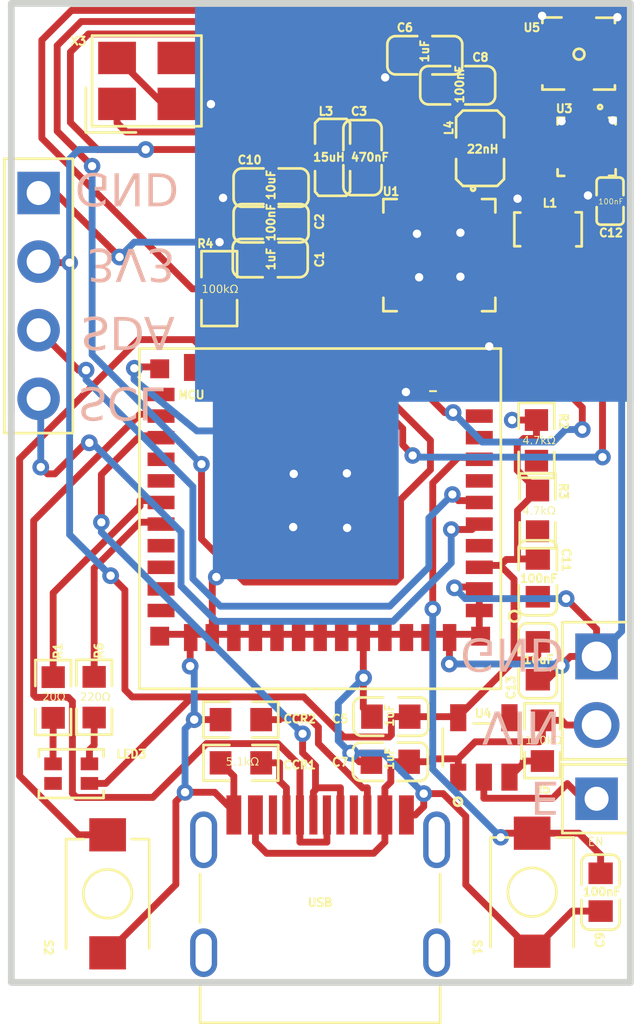
<source format=kicad_pcb>
(kicad_pcb (version 20241229) (generator "pcbnew") (generator_version "9.0")
  (layers (0 "F.Cu" signal "TopLayer") (2 "B.Cu" signal "BottomLayer") (13 "F.Paste" user "TopPasteMaskLayer") (15 "B.Paste" user "BottomPasteMaskLayer") (5 "F.SilkS" user "TopSilkLayer") (7 "B.SilkS" user "BottomSilkLayer") (1 "F.Mask" user "TopSolderMaskLayer") (3 "B.Mask" user "BottomSolderMaskLayer") (25 "Edge.Cuts" user "BoardOutLine"))
  (net 0 "")
  (net 1 "IO3")
  (net 2 "IO2")
  (net 3 "GND")
  (net 4 "IO1")
  (net 5 "3V3")
  (net 6 "EN")
  (net 7 "IO10")
  (net 8 "IO5")
  (net 9 "USB-D+")
  (net 10 "DIO2")
  (net 11 "RFI/RF3")
  (net 12 "RFO/RF2")
  (net 13 "U1_9")
  (net 14 "IO8")
  (net 15 "U1_4")
  (net 16 "U1_3")
  (net 17 "U1_24")
  (net 18 "RFO")
  (net 19 "U1_7")
  (net 20 "IO0")
  (net 21 "IO4")
  (net 22 "IO6")
  (net 23 "IO7")
  (net 24 "RFI_N")
  (net 25 "RFI_P")
  (net 26 "IO9")
  (net 27 "CCR2_1")
  (net 28 "IO20")
  (net 29 "U4_3")
  (net 30 "ANT_SIG")
  (net 31 "USB_A5")
  (net 32 "LED3_3")
  (net 33 "LED3_2")
  (net 34 "IO21")
  (net 35 "J3_1")
  (net 36 "VBUS-USB")
  (net 37 "USB-D-")
  (net 38 "IO0/SDA")
  (net 39 "IO1/SCL")
  (footprint "BackupProjects_timpupk_personal_0_20260216:USB-C-SMD_HYCW498-USBC16-735B" (layer "F.Cu") (at 150 117.38)
    (property "Reference" "USB")
    (property "Value" "HYCW498-USBC16-735B" (hide yes))
  )
  (footprint "BackupProjects_timpupk_personal_0_20260216:C0603" (layer "F.Cu") (at 152.6 112.86 180)
    (property "Reference" "C7")
    (property "Value" "1uF")
  )
  (footprint "BackupProjects_timpupk_personal_0_20260216:R0603" (layer "F.Cu") (at 147.06 112.9)
    (property "Reference" "CCR1")
    (property "Value" "5.1kΩ")
  )
  (footprint "BackupProjects_timpupk_personal_0_20260216:C0603" (layer "F.Cu") (at 158.07 106.05 -90)
    (property "Reference" "C11")
    (property "Value" "100nF")
  )
  (footprint "BackupProjects_timpupk_personal_0_20260216:HDR-M-2.54_1X4" (layer "F.Cu") (at 139.56 95.61 -90)
    (property "Reference" "J1" (hide yes))
    (property "Value" "HDR-M-2.54_1x4" (hide yes))
  )
  (footprint "BackupProjects_timpupk_personal_0_20260216:C0603" (layer "F.Cu") (at 153.88 86.7)
    (property "Reference" "C6")
    (property "Value" "1uF")
  )
  (footprint "BackupProjects_timpupk_personal_0_20260216:SW-SMD_L3.9-W3.0-P4.45" (layer "F.Cu") (at 157.86 117.69 -90)
    (property "Reference" "S1")
    (property "Value" "TS-1088-AR02016" (hide yes))
  )
  (footprint "BackupProjects_timpupk_personal_0_20260216:R0603" (layer "F.Cu") (at 158.02 100.96 90)
    (property "Reference" "R2")
    (property "Value" "4.7kΩ")
  )
  (footprint "BackupProjects_timpupk_personal_0_20260216:HDR-M-2.54_1X1" (layer "F.Cu") (at 160.25 114.23)
    (property "Reference" "J3" (hide yes))
    (property "Value" "HDR-M-2.54_1x1" (hide yes))
  )
  (footprint "BackupProjects_timpupk_personal_0_20260216:C0603" (layer "F.Cu") (at 148.18 92.92 180)
    (property "Reference" "C2")
    (property "Value" "100nF")
  )
  (footprint "BackupProjects_timpupk_personal_0_20260216:HDR-M-2.54_1X2" (layer "F.Cu") (at 160.25 110.23 -90)
    (property "Reference" "J4" (hide yes))
    (property "Value" "HDR-M-2.54_1x2" (hide yes))
  )
  (footprint "BackupProjects_timpupk_personal_0_20260216:C0603" (layer "F.Cu") (at 148.18 91.6)
    (property "Reference" "C10")
    (property "Value" "10uF")
  )
  (footprint "BackupProjects_timpupk_personal_0_20260216:R0603" (layer "F.Cu") (at 158.24 112.08 -90)
    (property "Reference" "R5")
    (property "Value" "100kΩ")
  )
  (footprint "BackupProjects_timpupk_personal_0_20260216:C0603" (layer "F.Cu") (at 158.07 109.12 90)
    (property "Reference" "C13")
    (property "Value" "10uF")
  )
  (footprint "BackupProjects_timpupk_personal_0_20260216:IND-SMD_L1.8-W1.2" (layer "F.Cu") (at 155.93 90.16 90)
    (property "Reference" "L4")
    (property "Value" "22nH")
  )
  (footprint "BackupProjects_timpupk_personal_0_20260216:WIFIM-SMD_61P-L13.2-W12.5-P0.80" (layer "F.Cu") (at 150 103.26 180)
    (property "Reference" "MCU")
    (property "Value" "ESP32-C3-MINI-1U-N4" (hide yes))
  )
  (footprint "BackupProjects_timpupk_personal_0_20260216:R0603" (layer "F.Cu") (at 158.06 103.57 90)
    (property "Reference" "R3")
    (property "Value" "4.7kΩ")
  )
  (footprint "BackupProjects_timpupk_personal_0_20260216:IPEX-SMD_4P-L2.6-W2.6-LS3.0" (layer "F.Cu") (at 159.6 86.66)
    (property "Reference" "U5")
    (property "Value" "IPEX-1" (hide yes))
  )
  (footprint "BackupProjects_timpupk_personal_0_20260216:CRYSTAL-SMD_4P-L3.2-W2.5-BL" (layer "F.Cu") (at 143.57 87.6501)
    (property "Reference" "X3")
    (property "Value" "32MHz" (hide yes))
  )
  (footprint "BackupProjects_timpupk_personal_0_20260216:C0603" (layer "F.Cu") (at 155.1 87.8101)
    (property "Reference" "C8")
    (property "Value" "100nF")
  )
  (footprint "BackupProjects_timpupk_personal_0_20260216:FILTER-SMD_10P-L2.0-W1.3-BL" (layer "F.Cu") (at 158.45 93.14)
    (property "Reference" "L1")
    (property "Value" "0900FM15D0039001E" (hide yes))
  )
  (footprint "BackupProjects_timpupk_personal_0_20260216:C0603" (layer "F.Cu") (at 148.15 94.21 180)
    (property "Reference" "C1")
    (property "Value" "1uF")
  )
  (footprint "BackupProjects_timpupk_personal_0_20260216:LED-SMD_4P-L1.6-W0.8_A-SP1963R6GHB1C-C01-3T" (layer "F.Cu") (at 140.77 113.3)
    (property "Reference" "LED3")
    (property "Value" "A-SP1963R6GHB1C-C01-3T" (hide yes))
  )
  (footprint "BackupProjects_timpupk_personal_0_20260216:C0603" (layer "F.Cu") (at 151.57 90.49 -90)
    (property "Reference" "C3")
    (property "Value" "470nF")
  )
  (footprint "BackupProjects_timpupk_personal_0_20260216:QFN-12_L2.0-W2.0-P0.50-BL-EP0.8" (layer "F.Cu") (at 159.88 90.09 180)
    (property "Reference" "U3")
    (property "Value" "SKY13330-397LF" (hide yes))
  )
  (footprint "BackupProjects_timpupk_personal_0_20260216:C0603" (layer "F.Cu") (at 160.4 117.69 90)
    (property "Reference" "C9")
    (property "Value" "100nF")
  )
  (footprint "BackupProjects_timpupk_personal_0_20260216:R0603" (layer "F.Cu") (at 147.06 111.3 180)
    (property "Reference" "CCR2")
    (property "Value" "5.1kΩ" (hide yes))
  )
  (footprint "BackupProjects_timpupk_personal_0_20260216:R0603" (layer "F.Cu") (at 146.26 95.34 -90)
    (property "Reference" "R4")
    (property "Value" "100kΩ")
  )
  (footprint "BackupProjects_timpupk_personal_0_20260216:SW-SMD_L3.9-W3.0-P4.45" (layer "F.Cu") (at 142.12 117.75 -90)
    (property "Reference" "S2")
    (property "Value" "TS-1088-AR02016" (hide yes))
  )
  (footprint "BackupProjects_timpupk_personal_0_20260216:QFN-24_L4.0-W4.0-P0.50-BL-EP2.6" (layer "F.Cu") (at 154.42 94.1 180)
    (property "Reference" "U1")
    (property "Value" "-")
  )
  (footprint "BackupProjects_timpupk_personal_0_20260216:C0603" (layer "F.Cu") (at 152.62 111.19 180)
    (property "Reference" "C5")
    (property "Value" "1uF")
  )
  (footprint "BackupProjects_timpupk_personal_0_20260216:R0603" (layer "F.Cu") (at 140.1 110.48 90)
    (property "Reference" "R1")
    (property "Value" "20Ω")
  )
  (footprint "BackupProjects_timpupk_personal_0_20260216:L0603" (layer "F.Cu") (at 150.46 90.48 90)
    (property "Reference" "L3")
    (property "Value" "15uH")
  )
  (footprint "BackupProjects_timpupk_personal_0_20260216:SOT-23-5_L2.9-W1.6-P0.95-LS2.8-BR" (layer "F.Cu") (at 156.07 112.33 -90)
    (property "Reference" "U4")
    (property "Value" "XC6220B331MR" (hide yes))
  )
  (footprint "BackupProjects_timpupk_personal_0_20260216:C0402" (layer "F.Cu") (at 160.75 92.1 90)
    (property "Reference" "C12")
    (property "Value" "100nF")
  )
  (footprint "BackupProjects_timpupk_personal_0_20260216:R0603" (layer "F.Cu") (at 141.62 110.47 90)
    (property "Reference" "R6")
    (property "Value" "220Ω")
  )
  (gr_rect (start 145.36 84.7501) (end 161.63 99.5301) (fill yes) (layer "B.Cu") (net 3))
  (gr_rect (start 146.02 99.05) (end 152.9101 106.1) (fill yes) (layer "B.Cu") (net 3))
  (gr_line (start 161.5011 121.0312) (end 161.5011 84.7803) (stroke (width 0.254)) (layer "Edge.Cuts"))
  (gr_line (start 138.5497 121.0312) (end 161.5011 121.0312) (stroke (width 0.254)) (layer "Edge.Cuts"))
  (gr_line (start 161.5011 84.7803) (end 138.5497 84.7803) (stroke (width 0.254)) (layer "Edge.Cuts"))
  (gr_line (start 138.5497 98.509) (end 138.5497 99.1999) (stroke (width 0.254)) (layer "Edge.Cuts"))
  (gr_line (start 138.5497 99.3091) (end 138.5497 121.0312) (stroke (width 0.254)) (layer "Edge.Cuts"))
  (gr_line (start 138.5497 97.0104) (end 138.5497 99.3091) (stroke (width 0.254)) (layer "Edge.Cuts"))
  (gr_line (start 138.5497 84.7803) (end 138.5497 98.509) (stroke (width 0.254)) (layer "Edge.Cuts"))
  (gr_line (start 138.5497 99.9111) (end 138.5497 99.3091) (stroke (width 0.254)) (layer "Edge.Cuts"))
  (gr_line (start 138.5497 99.1999) (end 138.5497 99.9111) (stroke (width 0.254)) (layer "Edge.Cuts"))
  (gr_text "EN" (at 159.9 116 0) (layer "F.SilkS") (effects (font (size 0.3 0.3) (thickness 0.0375)) (justify left bottom)))
  (gr_text "SCL" (at 141.03 100.2 180) (layer "B.SilkS") (effects (font (size 1.2 1.2) (thickness 0.2032)) (justify left top mirror)))
  (gr_text "E" (at 157.8 114.8 180) (layer "B.SilkS") (effects (font (size 1.2 1.2) (thickness 0.2032)) (justify left top mirror)))
  (gr_text "3V3" (at 141.34 95.07 180) (layer "B.SilkS") (effects (font (size 1.2 1.2) (thickness 0.2032)) (justify left top mirror)))
  (gr_text "SDA" (at 141.13 97.59 180) (layer "B.SilkS") (effects (font (size 1.2 1.2) (thickness 0.2032)) (justify left top mirror)))
  (gr_text "GND" (at 140.91 92.27 180) (layer "B.SilkS") (effects (font (size 1.2 1.2) (thickness 0.2032)) (justify left top mirror)))
  (gr_text "GND" (at 155.2 109.5 180) (layer "B.SilkS") (effects (font (size 1.2 1.2) (thickness 0.2032)) (justify left top mirror)))
  (gr_text "VIN" (at 156 112.2 180) (layer "B.SilkS") (effects (font (size 1.2 1.2) (thickness 0.2032)) (justify left top mirror)))
  (segment (start 141.3201 98.3599) (end 141.0399 98.3599) (width 0.254) (layer "F.Cu") (net 1))
  (segment (start 155.8999 103.19) (end 155.1209 103.19) (width 0.254) (layer "F.Cu") (net 1))
  (segment (start 154.9027 102.9622) (end 155.1209 103.1804) (width 0.254) (layer "F.Cu") (net 1))
  (segment (start 155.1209 103.1804) (end 155.1209 103.19) (width 0.254) (layer "F.Cu") (net 1))
  (segment (start 141.0399 98.3599) (end 139.5601 96.8801) (width 0.254) (layer "F.Cu") (net 1))
  (via (at 154.9027 102.9622) (size 0.61) (drill 0.305) (layers "F.Cu" "B.Cu") (net 1))
  (via (at 141.32 98.36) (size 0.62) (drill 0.31) (layers "F.Cu" "B.Cu") (net 1))
  (segment (start 146.2992 107.0993) (end 145.2807 106.0808) (width 0.254) (layer "B.Cu") (net 1))
  (segment (start 154.031 105.649) (end 152.5806 107.0993) (width 0.254) (layer "B.Cu") (net 1))
  (segment (start 152.5806 107.0993) (end 146.2992 107.0993) (width 0.254) (layer "B.Cu") (net 1))
  (segment (start 145.2807 106.0808) (end 145.2807 102.6721) (width 0.254) (layer "B.Cu") (net 1))
  (segment (start 154.9022 102.9617) (end 154.031 103.8354) (width 0.254) (layer "B.Cu") (net 1))
  (segment (start 154.031 103.8354) (end 154.031 105.649) (width 0.254) (layer "B.Cu") (net 1))
  (segment (start 145.2807 102.6721) (end 141.3208 98.7122) (width 0.254) (layer "B.Cu") (net 1))
  (segment (start 141.3208 98.7122) (end 141.3208 98.3592) (width 0.254) (layer "B.Cu") (net 1))
  (segment (start 155.8999 103.9901) (end 155.6299 104.2601) (width 0.254) (layer "F.Cu") (net 2))
  (segment (start 155.6299 104.2601) (end 154.86 104.2601) (width 0.254) (layer "F.Cu") (net 2))
  (segment (start 141.4399 101.0501) (end 141.31 101.0501) (width 0.254) (layer "F.Cu") (net 2))
  (segment (start 139.89 102.2) (end 139.64 101.95) (width 0.254) (layer "F.Cu") (net 2))
  (segment (start 141.31 101.0501) (end 140.16 102.2) (width 0.254) (layer "F.Cu") (net 2))
  (segment (start 140.16 102.2) (end 139.89 102.2) (width 0.254) (layer "F.Cu") (net 2))
  (via (at 139.64 101.95) (size 0.62) (drill 0.31) (layers "F.Cu" "B.Cu") (net 2))
  (via (at 141.44 101.05) (size 0.62) (drill 0.31) (layers "F.Cu" "B.Cu") (net 2))
  (via (at 154.86 104.26) (size 0.61) (drill 0.305) (layers "F.Cu" "B.Cu") (net 2))
  (segment (start 154.859 104.2596) (end 154.859 105.4991) (width 0.254) (layer "B.Cu") (net 2))
  (segment (start 152.7 107.6607) (end 146.1494 107.6607) (width 0.254) (layer "B.Cu") (net 2))
  (segment (start 154.859 105.4991) (end 152.7 107.6607) (width 0.254) (layer "B.Cu") (net 2))
  (segment (start 139.64 99.5001) (end 139.5601 99.4201) (width 0.254) (layer "B.Cu") (net 2))
  (segment (start 139.64 101.95) (end 139.64 99.5001) (width 0.254) (layer "B.Cu") (net 2))
  (segment (start 146.1494 107.6607) (end 144.8413 106.3526) (width 0.254) (layer "B.Cu") (net 2))
  (segment (start 144.8413 104.3409) (end 141.5494 101.049) (width 0.254) (layer "B.Cu") (net 2))
  (segment (start 141.5494 101.049) (end 141.4402 101.049) (width 0.254) (layer "B.Cu") (net 2))
  (segment (start 144.8413 106.3526) (end 144.8413 104.3409) (width 0.254) (layer "B.Cu") (net 2))
  (segment (start 154.7904 109.2405) (end 154.8006 108.189) (width 0.254) (layer "F.Cu") (net 3))
  (segment (start 146.3068 112.8999) (end 146.7999 113.3929) (width 0.254) (layer "F.Cu") (net 3))
  (segment (start 146.7999 113.3929) (end 146.7999 114.8298) (width 0.254) (layer "F.Cu") (net 3))
  (segment (start 159.2799 108.9601) (end 158.94 109.3) (width 0.254) (layer "F.Cu") (net 3))
  (segment (start 145.33 111.2999) (end 146.3068 111.2999) (width 0.254) (layer "F.Cu") (net 3))
  (segment (start 153.1801 86.7001) (end 153.2901 86.7001) (width 0.254) (layer "F.Cu") (net 3))
  (segment (start 151.9749 105.1651) (end 150 105.1651) (width 0.254) (layer "F.Cu") (net 3))
  (segment (start 155.95 108.14) (end 155.8999 108.0899) (width 0.254) (layer "F.Cu") (net 3))
  (segment (start 153.59 93.3102) (end 153.6002 93.3102) (width 0.254) (layer "F.Cu") (net 3))
  (segment (start 160.8096 90.5903) (end 160.7151 90.4958) (width 0.254) (layer "F.Cu") (net 3))
  (segment (start 160.75 92.5202) (end 160.56 92.5202) (width 0.254) (layer "F.Cu") (net 3))
  (segment (start 155.1999 93.27) (end 155.1999 92.5223) (width 0.254) (layer "F.Cu") (net 3))
  (segment (start 147.4801 91.6) (end 147.4801 92.92) (width 0.254) (layer "F.Cu") (net 3))
  (segment (start 155.95 99.14) (end 155.95 98.2401) (width 0.254) (layer "F.Cu") (net 3))
  (segment (start 158.3 85.31) (end 158.3 86.66) (width 0.254) (layer "F.Cu") (net 3))
  (segment (start 153.67 91.2601) (end 153.67 92.1925) (width 0.254) (layer "F.Cu") (net 3))
  (segment (start 160.8083 89.5911) (end 160.3816 89.1618) (width 0.254) (layer "F.Cu") (net 3))
  (segment (start 143.16 98.2401) (end 144.05 98.2401) (width 0.254) (layer "F.Cu") (net 3))
  (segment (start 142.1201 119.9349) (end 144.65 117.405) (width 0.254) (layer "F.Cu") (net 3))
  (segment (start 144.17 88.4998) (end 144.6699 88.4998) (width 0.254) (layer "F.Cu") (net 3))
  (segment (start 151.7098 89.93) (end 152.34 89.93) (width 0.254) (layer "F.Cu") (net 3))
  (segment (start 153.84 114.0401) (end 153.84 114.52) (width 0.254) (layer "F.Cu") (net 3))
  (segment (start 155.8999 99.19) (end 155.95 99.14) (width 0.254) (layer "F.Cu") (net 3))
  (segment (start 158.0701 106.7498) (end 158.1402 106.82) (width 0.254) (layer "F.Cu") (net 3))
  (segment (start 153.84 114.52) (end 153.5301 114.8298) (width 0.254) (layer "F.Cu") (net 3))
  (segment (start 151.9736 101.2141) (end 150.9906 102.1793) (width 0.254) (layer "F.Cu") (net 3))
  (segment (start 159.5999 85.36) (end 159.6699 85.29) (width 0.254) (layer "F.Cu") (net 3))
  (segment (start 146.09 113.99) (end 146.7999 114.6998) (width 0.254) (layer "F.Cu") (net 3))
  (segment (start 146 106.17) (end 146 108.26) (width 0.254) (layer "F.Cu") (net 3))
  (segment (start 144.05 108.14) (end 155.95 108.14) (width 0.254) (layer "F.Cu") (net 3))
  (segment (start 148.0249 101.2149) (end 150 101.2149) (width 0.254) (layer "F.Cu") (net 3))
  (segment (start 150 103.19) (end 150 101.2149) (width 0.254) (layer "F.Cu") (net 3))
  (segment (start 152.41 87.52) (end 152.41 87.4702) (width 0.254) (layer "F.Cu") (net 3))
  (segment (start 150 105.1651) (end 148.0249 105.1651) (width 0.254) (layer "F.Cu") (net 3))
  (segment (start 146.15 106.02) (end 146 106.17) (width 0.254) (layer "F.Cu") (net 3))
  (segment (start 140.1902 91.8001) (end 142.56 94.17) (width 0.254) (layer "F.Cu") (net 3))
  (segment (start 155.1598 93.3102) (end 155.1999 93.27) (width 0.254) (layer "F.Cu") (net 3))
  (segment (start 160.56 92.5202) (end 159.9299 91.8901) (width 0.254) (layer "F.Cu") (net 3))
  (segment (start 152.41 87.4702) (end 153.1801 86.7001) (width 0.254) (layer "F.Cu") (net 3))
  (segment (start 151.9749 103.19) (end 151.9749 101.2149) (width 0.254) (layer "F.Cu") (net 3))
  (segment (start 146.2601 93.63) (end 146.27 93.62) (width 0.254) (layer "F.Cu") (net 3))
  (segment (start 159.12 106.82) (end 160.2502 107.9501) (width 0.254) (layer "F.Cu") (net 3))
  (segment (start 155.0101 106.3899) (end 155.8999 106.3899) (width 0.254) (layer "F.Cu") (net 3))
  (segment (start 151.13 112.54) (end 151.4499 112.8599) (width 0.254) (layer "F.Cu") (net 3))
  (segment (start 144.65 114.33) (end 144.99 113.99) (width 0.254) (layer "F.Cu") (net 3))
  (segment (start 153.5301 114.8298) (end 153.1999 114.8298) (width 0.254) (layer "F.Cu") (net 3))
  (segment (start 153.1801 99.1694) (end 153.2004 98.2601) (width 0.254) (layer "F.Cu") (net 3))
  (segment (start 155.8999 108.0899) (end 155.8999 106.3899) (width 0.254) (layer "F.Cu") (net 3))
  (segment (start 155.1999 94.9) (end 155.1798 94.9) (width 0.254) (layer "F.Cu") (net 3))
  (segment (start 160.2859 90.4958) (end 159.88 90.0899) (width 0.254) (layer "F.Cu") (net 3))
  (segment (start 154.5601 114.0401) (end 153.84 114.0401) (width 0.254) (layer "F.Cu") (net 3))
  (segment (start 157.525 93.14) (end 157.7 92.965) (width 0.254) (layer "F.Cu") (net 3))
  (segment (start 154.98 106.42) (end 155.0101 106.3899) (width 0.254) (layer "F.Cu") (net 3))
  (segment (start 155.1798 94.9) (end 153.59 93.3102) (width 0.254) (layer "F.Cu") (net 3))
  (segment (start 147.4801 92.92) (end 147.4801 92.92) (width 0.254) (layer "F.Cu") (net 3))
  (segment (start 157.5249 93.1402) (end 158.0296 93.1402) (width 0.254) (layer "F.Cu") (net 3))
  (segment (start 151.0008 104.2012) (end 151.9736 105.1664) (width 0.254) (layer "F.Cu") (net 3))
  (segment (start 151.9749 101.2149) (end 150 101.2149) (width 0.254) (layer "F.Cu") (net 3))
  (segment (start 159.0448 90.4958) (end 159.4741 90.4958) (width 0.254) (layer "F.Cu") (net 3))
  (segment (start 155.4 114.88) (end 154.5601 114.0401) (width 0.254) (layer "F.Cu") (net 3))
  (segment (start 159.4741 90.4958) (end 159.88 90.0899) (width 0.254) (layer "F.Cu") (net 3))
  (segment (start 157.8601 119.8749) (end 155.4 117.4147) (width 0.254) (layer "F.Cu") (net 3))
  (segment (start 151.4499 112.8599) (end 151.8999 112.8599) (width 0.254) (layer "F.Cu") (net 3))
  (segment (start 152.34 89.93) (end 153.67 91.2601) (width 0.254) (layer "F.Cu") (net 3))
  (segment (start 158.23 85.2401) (end 158.3 85.31) (width 0.254) (layer "F.Cu") (net 3))
  (segment (start 143.11 98.29) (end 143.16 98.2401) (width 0.254) (layer "F.Cu") (net 3))
  (segment (start 157.7 92.3899) (end 157.7 92.5152) (width 0.254) (layer "F.Cu") (net 3))
  (segment (start 153.59 93.3102) (end 154.42 94.1401) (width 0.254) (layer "F.Cu") (net 3))
  (segment (start 157.8601 119.8749) (end 159.3449 118.3901) (width 0.254) (layer "F.Cu") (net 3))
  (segment (start 144.99 113.99) (end 144.99 113.99) (width 0.254) (layer "F.Cu") (net 3))
  (segment (start 158.9499 89.1576) (end 159.8812 90.0889) (width 0.254) (layer "F.Cu") (net 3))
  (segment (start 157.7 92.965) (end 157.7 92.5151) (width 0.254) (layer "F.Cu") (net 3))
  (segment (start 148.0249 103.19) (end 150 103.19) (width 0.254) (layer "F.Cu") (net 3))
  (segment (start 159.48 85.2401) (end 158.23 85.2401) (width 0.254) (layer "F.Cu") (net 3))
  (segment (start 159.8806 90.0889) (end 160.8509 89.111) (width 0.254) (layer "F.Cu") (net 3))
  (segment (start 152.5126 93.35) (end 153.5502 93.35) (width 0.254) (layer "F.Cu") (net 3))
  (segment (start 159.0507 93.1402) (end 158.6995 92.789) (width 0.254) (layer "F.Cu") (net 3))
  (segment (start 154.4196 94.1295) (end 154.4196 94.3993) (width 0.254) (layer "F.Cu") (net 3))
  (segment (start 158.94 109.3) (end 158.4201 109.8199) (width 0.254) (layer "F.Cu") (net 3))
  (segment (start 151.5999 110.8701) (end 151.5999 108.19) (width 0.254) (layer "F.Cu") (net 3))
  (segment (start 158.1991 93.3097) (end 158.1991 93.7643) (width 0.254) (layer "F.Cu") (net 3))
  (segment (start 157.32 92.0099) (end 157.7 92.3899) (width 0.254) (layer "F.Cu") (net 3))
  (segment (start 144.99 113.99) (end 146.09 113.99) (width 0.254) (layer "F.Cu") (net 3))
  (segment (start 139.5601 91.8001) (end 140.1902 91.8001) (width 0.254) (layer "F.Cu") (net 3))
  (segment (start 160.8999 85.4101) (end 160.8999 86.66) (width 0.254) (layer "F.Cu") (net 3))
  (segment (start 144.65 117.405) (end 144.65 114.33) (width 0.254) (layer "F.Cu") (net 3))
  (segment (start 155.4 117.4147) (end 155.4 114.88) (width 0.254) (layer "F.Cu") (net 3))
  (segment (start 158.9499 89.14) (end 158.9499 89.1576) (width 0.254) (layer "F.Cu") (net 3))
  (segment (start 158.9499 89.589) (end 158.9499 89.14) (width 0.254) (layer "F.Cu") (net 3))
  (segment (start 153.59 93.3102) (end 155.1598 93.3102) (width 0.254) (layer "F.Cu") (net 3))
  (segment (start 158.6995 92.789) (end 158.1991 93.3097) (width 0.254) (layer "F.Cu") (net 3))
  (segment (start 158.951 89.5911) (end 159.3802 89.1618) (width 0.254) (layer "F.Cu") (net 3))
  (segment (start 160.75 92.5202) (end 160.56 92.5202) (width 0.254) (layer "F.Cu") (net 3))
  (segment (start 150 105.1651) (end 150 103.19) (width 0.254) (layer "F.Cu") (net 3))
  (segment (start 147.4801 92.92) (end 147.4801 94.1801) (width 0.254) (layer "F.Cu") (net 3))
  (segment (start 149.0196 102.1997) (end 148.0239 101.2141) (width 0.254) (layer "F.Cu") (net 3))
  (segment (start 155.1999 92.5223) (end 155.17 92.4925) (width 0.254) (layer "F.Cu") (net 3))
  (segment (start 151.9749 105.1651) (end 151.9749 103.19) (width 0.254) (layer "F.Cu") (net 3))
  (segment (start 156.3274 94.8501) (end 155.1702 94.8501) (width 0.254) (layer "F.Cu") (net 3))
  (segment (start 158.4201 109.8199) (end 158.0698 109.8199) (width 0.254) (layer "F.Cu") (net 3))
  (segment (start 158.6995 92.5146) (end 158.6995 92.789) (width 0.254) (layer "F.Cu") (net 3))
  (segment (start 156.27 97.48) (end 155.95 97.8001) (width 0.254) (layer "F.Cu") (net 3))
  (segment (start 145.1801 108.2098) (end 145.1999 108.19) (width 0.254) (layer "F.Cu") (net 3))
  (segment (start 153.6699 92.4925) (end 153.6699 93.2303) (width 0.254) (layer "F.Cu") (net 3))
  (segment (start 148.0239 105.1664) (end 148.9992 104.1707) (width 0.254) (layer "F.Cu") (net 3))
  (segment (start 158.951 90.5895) (end 159.0448 90.4958) (width 0.254) (layer "F.Cu") (net 3))
  (segment (start 145.33 111.3) (end 145.33 111.2999) (width 0.254) (layer "F.Cu") (net 3))
  (segment (start 146.4001 91.98) (end 146.78 91.6) (width 0.254) (layer "F.Cu") (net 3))
  (segment (start 148.0249 105.1651) (end 148.0249 103.19) (width 0.254) (layer "F.Cu") (net 3))
  (segment (start 158.9513 89.5903) (end 158.9499 89.589) (width 0.254) (layer "F.Cu") (net 3))
  (segment (start 159.5999 85.36) (end 159.48 85.2401) (width 0.254) (layer "F.Cu") (net 3))
  (segment (start 160.2502 107.9501) (end 160.2502 108.9601) (width 0.254) (layer "F.Cu") (net 3))
  (segment (start 158.0296 93.1402) (end 158.1991 93.3097) (width 0.254) (layer "F.Cu") (net 3))
  (segment (start 155.95 97.8001) (end 155.95 98.2401) (width 0.254) (layer "F.Cu") (net 3))
  (segment (start 155.1702 94.8501) (end 154.4201 94.1001) (width 0.254) (layer "F.Cu") (net 3))
  (segment (start 153.5502 93.35) (end 153.59 93.3102) (width 0.254) (layer "F.Cu") (net 3))
  (segment (start 153.6699 93.2303) (end 153.59 93.3102) (width 0.254) (layer "F.Cu") (net 3))
  (segment (start 160.56 92.5202) (end 159.9299 91.8901) (width 0.254) (layer "F.Cu") (net 3))
  (segment (start 148.0249 103.19) (end 148.0249 101.2149) (width 0.254) (layer "F.Cu") (net 3))
  (segment (start 153.6002 93.3102) (end 154.4196 94.1295) (width 0.254) (layer "F.Cu") (net 3))
  (segment (start 147.4801 94.1801) (end 147.4501 94.2101) (width 0.254) (layer "F.Cu") (net 3))
  (segment (start 154.42 94.1401) (end 154.42 94.4) (width 0.254) (layer "F.Cu") (net 3))
  (segment (start 151.57 89.7902) (end 151.7098 89.93) (width 0.254) (layer "F.Cu") (net 3))
  (segment (start 158.1402 106.82) (end 159.12 106.82) (width 0.254) (layer "F.Cu") (net 3))
  (segment (start 142.47 86.7998) (end 144.17 88.4998) (width 0.254) (layer "F.Cu") (net 3))
  (segment (start 144.6711 88.4989) (end 145.9512 88.5091) (width 0.254) (layer "F.Cu") (net 3))
  (segment (start 146.2601 94.5868) (end 146.2601 93.63) (width 0.254) (layer "F.Cu") (net 3))
  (segment (start 160.2502 108.9601) (end 159.2799 108.9601) (width 0.254) (layer "F.Cu") (net 3))
  (segment (start 160.7151 90.4958) (end 160.2859 90.4958) (width 0.254) (layer "F.Cu") (net 3))
  (segment (start 145.1801 109.32) (end 145.1801 108.2098) (width 0.254) (layer "F.Cu") (net 3))
  (segment (start 159.6699 85.29) (end 161.02 85.29) (width 0.254) (layer "F.Cu") (net 3))
  (segment (start 159.3751 93.1402) (end 159.0507 93.1402) (width 0.254) (layer "F.Cu") (net 3))
  (segment (start 161.02 85.29) (end 160.8999 85.4101) (width 0.254) (layer "F.Cu") (net 3))
  (segment (start 146.7999 114.6998) (end 146.7999 114.8298) (width 0.254) (layer "F.Cu") (net 3))
  (segment (start 151.9199 111.1901) (end 151.5999 110.8701) (width 0.254) (layer "F.Cu") (net 3))
  (segment (start 146.78 91.6) (end 147.4801 91.6) (width 0.254) (layer "F.Cu") (net 3))
  (segment (start 151.9749 103.19) (end 150 103.19) (width 0.254) (layer "F.Cu") (net 3))
  (segment (start 159.3449 118.3901) (end 160.4 118.3901) (width 0.254) (layer "F.Cu") (net 3))
  (segment (start 153.2901 86.7001) (end 154.4 87.8101) (width 0.254) (layer "F.Cu") (net 3))
  (via (at 151 104.2) (size 0.62) (drill 0.31) (layers "F.Cu" "B.Cu") (net 3))
  (via (at 145.33 111.3) (size 0.62) (drill 0.31) (layers "F.Cu" "B.Cu") (net 3))
  (via (at 154.7899 109.24) (size 0.62) (drill 0.31) (layers "F.Cu" "B.Cu") (net 3))
  (via (at 149.02 102.2) (size 0.62) (drill 0.31) (layers "F.Cu" "B.Cu") (net 3))
  (via (at 142.56 94.17) (size 0.62) (drill 0.31) (layers "F.Cu" "B.Cu") (net 3))
  (via (at 150.99 102.18) (size 0.62) (drill 0.31) (layers "F.Cu" "B.Cu") (net 3))
  (via (at 146.4 91.98) (size 0.62) (drill 0.31) (layers "F.Cu" "B.Cu") (net 3))
  (via (at 145.1801 109.32) (size 0.62) (drill 0.31) (layers "F.Cu" "B.Cu") (net 3))
  (via (at 158.23 85.2401) (size 0.62) (drill 0.31) (layers "F.Cu" "B.Cu") (net 3))
  (via (at 151.13 112.54) (size 0.62) (drill 0.31) (layers "F.Cu" "B.Cu") (net 3))
  (via (at 151.6104 109.7511) (size 0.62) (drill 0.31) (layers "F.Cu" "B.Cu") (net 3))
  (via (at 160.85 89.11) (size 0.62) (drill 0.31) (layers "F.Cu" "B.Cu") (net 3))
  (via (at 153.59 93.31) (size 0.62) (drill 0.31) (layers "F.Cu" "B.Cu") (net 3))
  (via (at 156.27 97.48) (size 0.62) (drill 0.31) (layers "F.Cu" "B.Cu") (net 3))
  (via (at 155.2 93.27) (size 0.62) (drill 0.31) (layers "F.Cu" "B.Cu") (net 3))
  (via (at 153.67 94.92) (size 0.62) (drill 0.31) (layers "F.Cu" "B.Cu") (net 3))
  (via (at 158.94 109.3) (size 0.62) (drill 0.31) (layers "F.Cu" "B.Cu") (net 3))
  (via (at 153.84 114.0401) (size 0.62) (drill 0.31) (layers "F.Cu" "B.Cu") (net 3))
  (via (at 159.1199 106.8199) (size 0.62) (drill 0.31) (layers "F.Cu" "B.Cu") (net 3))
  (via (at 153.18 99.17) (size 0.62) (drill 0.31) (layers "F.Cu" "B.Cu") (net 3))
  (via (at 161.02 85.29) (size 0.62) (drill 0.31) (layers "F.Cu" "B.Cu") (net 3))
  (via (at 154.9799 106.4201) (size 0.62) (drill 0.31) (layers "F.Cu" "B.Cu") (net 3))
  (via (at 145.95 88.5101) (size 0.62) (drill 0.31) (layers "F.Cu" "B.Cu") (net 3))
  (via (at 146.15 106.02) (size 0.62) (drill 0.31) (layers "F.Cu" "B.Cu") (net 3))
  (via (at 155.2 94.9) (size 0.62) (drill 0.31) (layers "F.Cu" "B.Cu") (net 3))
  (via (at 159.93 91.89) (size 0.62) (drill 0.31) (layers "F.Cu" "B.Cu") (net 3))
  (via (at 152.41 87.52) (size 0.62) (drill 0.31) (layers "F.Cu" "B.Cu") (net 3))
  (via (at 143.11 98.2901) (size 0.62) (drill 0.31) (layers "F.Cu" "B.Cu") (net 3))
  (via (at 158.95 89.14) (size 0.62) (drill 0.31) (layers "F.Cu" "B.Cu") (net 3))
  (via (at 146.27 93.62) (size 0.62) (drill 0.31) (layers "F.Cu" "B.Cu") (net 3))
  (via (at 149 104.17) (size 0.62) (drill 0.31) (layers "F.Cu" "B.Cu") (net 3))
  (via (at 157.32 92.01) (size 0.62) (drill 0.31) (layers "F.Cu" "B.Cu") (net 3))
  (via (at 144.9901 113.9901) (size 0.62) (drill 0.31) (layers "F.Cu" "B.Cu") (net 3))
  (segment (start 146.27 93.62) (end 143.1099 93.62) (width 0.254) (layer "B.Cu") (net 3))
  (segment (start 158.94 109.3) (end 158.88 109.24) (width 0.254) (layer "B.Cu") (net 3))
  (segment (start 145.4305 100.6096) (end 147.3101 100.6096) (width 0.254) (layer "B.Cu") (net 3))
  (segment (start 150.6706 112.0803) (end 150.6706 110.6909) (width 0.254) (layer "B.Cu") (net 3))
  (segment (start 152.34 112.54) (end 151.13 112.54) (width 0.254) (layer "B.Cu") (net 3))
  (segment (start 161.18 108.0301) (end 161.18 99.01) (width 0.254) (layer "B.Cu") (net 3))
  (segment (start 150.6706 110.6909) (end 151.6104 109.7511) (width 0.254) (layer "B.Cu") (net 3))
  (segment (start 143.1099 93.62) (end 142.56 94.17) (width 0.254) (layer "B.Cu") (net 3))
  (segment (start 145.33 109.47) (end 145.33 111.3) (width 0.254) (layer "B.Cu") (net 3))
  (segment (start 154.98 106.42) (end 155.38 106.82) (width 0.254) (layer "B.Cu") (net 3))
  (segment (start 151.1303 112.54) (end 150.6706 112.0803) (width 0.254) (layer "B.Cu") (net 3))
  (segment (start 145.33 111.3) (end 144.99 111.64) (width 0.254) (layer "B.Cu") (net 3))
  (segment (start 153.84 114.04) (end 152.34 112.54) (width 0.254) (layer "B.Cu") (net 3))
  (segment (start 143.1 98.71) (end 145.4305 100.6096) (width 0.254) (layer "B.Cu") (net 3))
  (segment (start 144.99 111.64) (end 144.99 113.99) (width 0.254) (layer "B.Cu") (net 3))
  (segment (start 160.2499 108.9601) (end 161.18 108.0301) (width 0.254) (layer "B.Cu") (net 3))
  (segment (start 155.38 106.82) (end 159.12 106.82) (width 0.254) (layer "B.Cu") (net 3))
  (segment (start 158.88 109.24) (end 154.79 109.24) (width 0.254) (layer "B.Cu") (net 3))
  (segment (start 145.18 109.32) (end 145.33 109.47) (width 0.254) (layer "B.Cu") (net 3))
  (segment (start 143.109 98.2906) (end 143.1 98.71) (width 0.254) (layer "B.Cu") (net 3))
  (segment (start 159.7206 99.7409) (end 155.9873 96.0076) (width 0.254) (layer "F.Cu") (net 4))
  (segment (start 153.92 98.27) (end 153.92 99.23) (width 0.254) (layer "F.Cu") (net 4))
  (segment (start 159.7206 100.5588) (end 159.7206 99.7409) (width 0.254) (layer "F.Cu") (net 4))
  (segment (start 155.9873 96.0076) (end 155.67 96.0076) (width 0.254) (layer "F.Cu") (net 4))
  (segment (start 154 98.19) (end 153.92 98.27) (width 0.254) (layer "F.Cu") (net 4))
  (segment (start 153.92 99.23) (end 154.62 99.93) (width 0.254) (layer "F.Cu") (net 4))
  (segment (start 154.62 99.93) (end 154.93 99.93) (width 0.254) (layer "F.Cu") (net 4))
  (via (at 159.7206 100.5588) (size 0.62) (drill 0.31) (layers "F.Cu" "B.Cu") (net 4))
  (via (at 154.93 99.93) (size 0.62) (drill 0.31) (layers "F.Cu" "B.Cu") (net 4))
  (segment (start 156.0096 101.0211) (end 158.6411 101.0211) (width 0.254) (layer "B.Cu") (net 4))
  (segment (start 158.6411 101.0211) (end 159.1008 100.5588) (width 0.254) (layer "B.Cu") (net 4))
  (segment (start 154.9301 99.9289) (end 156.0096 101.0211) (width 0.254) (layer "B.Cu") (net 4))
  (segment (start 159.1008 100.5588) (end 159.7206 100.5588) (width 0.254) (layer "B.Cu") (net 4))
  (segment (start 156.8994 105.3699) (end 157.317 105.3699) (width 0.254) (layer "F.Cu") (net 5))
  (segment (start 149.9314 85.9106) (end 156.2611 85.9106) (width 0.254) (layer "F.Cu") (net 5))
  (segment (start 156.2611 85.9106) (end 156.7793 86.4288) (width 0.254) (layer "F.Cu") (net 5))
  (segment (start 145.2528 110.459) (end 143.029 110.459) (width 0.254) (layer "F.Cu") (net 5))
  (segment (start 148.8801 92.92) (end 148.8801 92.92) (width 0.254) (layer "F.Cu") (net 5))
  (segment (start 153.3201 111.19) (end 152.6409 111.19) (width 0.254) (layer "F.Cu") (net 5))
  (segment (start 157.1907 91.11) (end 157.6505 91.5698) (width 0.254) (layer "F.Cu") (net 5))
  (segment (start 150.8748 111.9436) (end 149.3902 110.459) (width 0.254) (layer "F.Cu") (net 5))
  (segment (start 160.75 91.3896) (end 160.75 91.68) (width 0.254) (layer "F.Cu") (net 5))
  (segment (start 157.3368 105.35) (end 158.0701 105.35) (width 0.254) (layer "F.Cu") (net 5))
  (segment (start 148.8501 92.95) (end 148.8801 92.92) (width 0.254) (layer "F.Cu") (net 5))
  (segment (start 156.7793 86.4288) (end 156.7793 89.6394) (width 0.254) (layer "F.Cu") (net 5))
  (segment (start 155.0902 91.3615) (end 155.6693 91.9381) (width 0.254) (layer "F.Cu") (net 5))
  (segment (start 158.0698 108.4199) (end 158.0698 108.9193) (width 0.254) (layer "F.Cu") (net 5))
  (segment (start 157.7897 102.8068) (end 157.7996 102.8166) (width 0.254) (layer "F.Cu") (net 5))
  (segment (start 157.3068 101.1291) (end 157.5469 100.889) (width 0.254) (layer "F.Cu") (net 5))
  (segment (start 157.1166 100.2068) (end 157.1166 100.2071) (width 0.254) (layer "F.Cu") (net 5))
  (segment (start 157.2207 109.0892) (end 157.189 109.0574) (width 0.254) (layer "F.Cu") (net 5))
  (segment (start 157.1907 90.0508) (end 157.1907 91.11) (width 0.254) (layer "F.Cu") (net 5))
  (segment (start 143.5306 90.1905) (end 141.7399 90.1905) (width 0.254) (layer "F.Cu") (net 5))
  (segment (start 143.53 90.1901) (end 147.4702 90.1901) (width 0.254) (layer "F.Cu") (net 5))
  (segment (start 139.6 94.38) (end 139.5601 94.3401) (width 0.254) (layer "F.Cu") (net 5))
  (segment (start 140.7392 89.1898) (end 140.7392 86.5812) (width 0.254) (layer "F.Cu") (net 5))
  (segment (start 156.7793 89.6394) (end 157.1907 90.0508) (width 0.254) (layer "F.Cu") (net 5))
  (segment (start 148.8501 94.2101) (end 149.86 94.2101) (width 0.254) (layer "F.Cu") (net 5))
  (segment (start 157.2207 109.0892) (end 155.1199 111.19) (width 0.254) (layer "F.Cu") (net 5))
  (segment (start 158.0599 102.8166) (end 157.317 103.5596) (width 0.254) (layer "F.Cu") (net 5))
  (segment (start 160.3798 91.0193) (end 160.75 91.3896) (width 0.254) (layer "F.Cu") (net 5))
  (segment (start 147.4702 90.1901) (end 148.8801 91.6) (width 0.254) (layer "F.Cu") (net 5))
  (segment (start 152.6695 88.2195) (end 155.0902 90.6401) (width 0.254) (layer "F.Cu") (net 5))
  (segment (start 141.7399 90.1905) (end 140.7392 89.1898) (width 0.254) (layer "F.Cu") (net 5))
  (segment (start 157.189 106.0999) (end 156.6792 105.5901) (width 0.254) (layer "F.Cu") (net 5))
  (segment (start 156.1887 105.5901) (end 156.6792 105.5901) (width 0.254) (layer "F.Cu") (net 5))
  (segment (start 141.4451 113.6625) (end 142.0493 113.6625) (width 0.254) (layer "F.Cu") (net 5))
  (segment (start 152.6409 111.8692) (end 152.5664 111.9436) (width 0.254) (layer "F.Cu") (net 5))
  (segment (start 149.3902 110.459) (end 145.2528 110.459) (width 0.254) (layer "F.Cu") (net 5))
  (segment (start 157.317 103.5596) (end 157.317 105.3698) (width 0.254) (layer "F.Cu") (net 5))
  (segment (start 157.189 109.0574) (end 157.189 106.0999) (width 0.254) (layer "F.Cu") (net 5))
  (segment (start 150.5098 94.8499) (end 152.5146 94.8499) (width 0.254) (layer "F.Cu") (net 5))
  (segment (start 143.029 110.459) (end 142.76 110.19) (width 0.254) (layer "F.Cu") (net 5))
  (segment (start 158.0599 102.8166) (end 157.3068 102.0635) (width 0.254) (layer "F.Cu") (net 5))
  (segment (start 142.76 106.5) (end 142.23 105.97) (width 0.254) (layer "F.Cu") (net 5))
  (segment (start 152.5664 111.9436) (end 150.8748 111.9436) (width 0.254) (layer "F.Cu") (net 5))
  (segment (start 148.8801 91.6) (end 148.8801 92.92) (width 0.254) (layer "F.Cu") (net 5))
  (segment (start 149.9314 85.9106) (end 152.2403 88.2195) (width 0.254) (layer "F.Cu") (net 5))
  (segment (start 157.317 105.3698) (end 157.3368 105.35) (width 0.254) (layer "F.Cu") (net 5))
  (segment (start 155.0902 90.6401) (end 155.0902 91.3615) (width 0.254) (layer "F.Cu") (net 5))
  (segment (start 156.6792 105.5901) (end 156.8994 105.3699) (width 0.254) (layer "F.Cu") (net 5))
  (segment (start 155.1199 111.19) (end 153.9993 111.19) (width 0.254) (layer "F.Cu") (net 5))
  (segment (start 155.6693 91.9381) (end 155.6693 92.4918) (width 0.254) (layer "F.Cu") (net 5))
  (segment (start 152.2403 88.2195) (end 152.6695 88.2195) (width 0.254) (layer "F.Cu") (net 5))
  (segment (start 155.1199 111.19) (end 155.1199 111.2299) (width 0.254) (layer "F.Cu") (net 5))
  (segment (start 153.3201 111.19) (end 153.9993 111.19) (width 0.254) (layer "F.Cu") (net 5))
  (segment (start 149.86 94.2101) (end 149.86 94.2002) (width 0.254) (layer "F.Cu") (net 5))
  (segment (start 157.5469 100.889) (end 158.0198 100.889) (width 0.254) (layer "F.Cu") (net 5))
  (segment (start 149.86 94.2002) (end 150.5098 94.8499) (width 0.254) (layer "F.Cu") (net 5))
  (segment (start 148.8501 94.2101) (end 148.8501 92.95) (width 0.254) (layer "F.Cu") (net 5))
  (segment (start 158.0198 100.2068) (end 158.0198 100.889) (width 0.254) (layer "F.Cu") (net 5))
  (segment (start 140.71 94.38) (end 139.6 94.38) (width 0.254) (layer "F.Cu") (net 5))
  (segment (start 145.2528 110.459) (end 142.0493 113.6625) (width 0.254) (layer "F.Cu") (net 5))
  (segment (start 158.0698 108.9193) (end 157.8999 109.0892) (width 0.254) (layer "F.Cu") (net 5))
  (segment (start 157.3086 100.2068) (end 157.1166 100.2068) (width 0.254) (layer "F.Cu") (net 5))
  (segment (start 142.76 110.19) (end 142.76 106.5) (width 0.254) (layer "F.Cu") (net 5))
  (segment (start 157.3068 102.0635) (end 157.3068 101.1291) (width 0.254) (layer "F.Cu") (net 5))
  (segment (start 140.7392 86.5812) (end 141.4097 85.9106) (width 0.254) (layer "F.Cu") (net 5))
  (segment (start 141.4097 85.9106) (end 149.9314 85.9106) (width 0.254) (layer "F.Cu") (net 5))
  (segment (start 152.5126 94.8501) (end 152.5126 94.35) (width 0.254) (layer "F.Cu") (net 5))
  (segment (start 156.1887 105.5901) (end 155.8999 105.5901) (width 0.254) (layer "F.Cu") (net 5))
  (segment (start 152.6409 111.19) (end 152.6409 111.8692) (width 0.254) (layer "F.Cu") (net 5))
  (segment (start 157.8999 109.0892) (end 157.2207 109.0892) (width 0.254) (layer "F.Cu") (net 5))
  (segment (start 157.7996 102.8166) (end 158.0599 102.8166) (width 0.254) (layer "F.Cu") (net 5))
  (segment (start 158.0198 100.2068) (end 157.3086 100.2068) (width 0.254) (layer "F.Cu") (net 5))
  (via (at 157.1166 100.207) (size 0.61) (drill 0.305) (layers "F.Cu" "B.Cu") (net 5))
  (via (at 143.5301 90.19) (size 0.62) (drill 0.31) (layers "F.Cu" "B.Cu") (net 5))
  (via (at 140.71 94.38) (size 0.62) (drill 0.31) (layers "F.Cu" "B.Cu") (net 5))
  (via (at 142.2301 105.97) (size 0.62) (drill 0.31) (layers "F.Cu" "B.Cu") (net 5))
  (segment (start 140.71 90.5398) (end 141.0592 90.1905) (width 0.254) (layer "B.Cu") (net 5))
  (segment (start 140.71 104.4488) (end 140.71 94.38) (width 0.254) (layer "B.Cu") (net 5))
  (segment (start 142.2301 105.969) (end 140.71 104.4488) (width 0.254) (layer "B.Cu") (net 5))
  (segment (start 140.71 94.38) (end 140.71 90.5398) (width 0.254) (layer "B.Cu") (net 5))
  (segment (start 141.0592 90.1905) (end 143.5306 90.1905) (width 0.254) (layer "B.Cu") (net 5))
  (segment (start 160.4001 116.3109) (end 159.5941 115.505) (width 0.254) (layer "F.Cu") (net 6))
  (segment (start 154.1753 102.5357) (end 154.1753 107.2035) (width 0.254) (layer "F.Cu") (net 6))
  (segment (start 155.1209 101.5901) (end 154.1753 102.5357) (width 0.254) (layer "F.Cu") (net 6))
  (segment (start 156.7483 115.6574) (end 156.9007 115.505) (width 0.254) (layer "F.Cu") (net 6))
  (segment (start 155.8999 101.5901) (end 155.1209 101.5901) (width 0.254) (layer "F.Cu") (net 6))
  (segment (start 159.5941 115.505) (end 157.8601 115.505) (width 0.254) (layer "F.Cu") (net 6))
  (segment (start 156.6944 115.6574) (end 156.7483 115.6574) (width 0.254) (layer "F.Cu") (net 6))
  (segment (start 160.4001 116.9901) (end 160.4001 116.3109) (width 0.254) (layer "F.Cu") (net 6))
  (segment (start 157.8601 115.505) (end 156.9007 115.505) (width 0.254) (layer "F.Cu") (net 6))
  (via (at 154.1753 107.2035) (size 0.61) (drill 0.305) (layers "F.Cu" "B.Cu") (net 6))
  (via (at 156.6944 115.6573) (size 0.61) (drill 0.305) (layers "F.Cu" "B.Cu") (net 6))
  (segment (start 154.1753 113.1382) (end 154.1753 107.2035) (width 0.254) (layer "B.Cu") (net 6))
  (segment (start 156.6944 115.6574) (end 154.1753 113.1382) (width 0.254) (layer "B.Cu") (net 6))
  (segment (start 140.2489 86.3399) (end 141.1379 85.4509) (width 0.254) (layer "F.Cu") (net 7))
  (segment (start 157.2009 89.4412) (end 157.6098 89.8502) (width 0.254) (layer "F.Cu") (net 7))
  (segment (start 151.6002 98.9688) (end 151.839 99.2101) (width 0.254) (layer "F.Cu") (net 7))
  (segment (start 151.6 98.19) (end 151.6 98.9691) (width 0.254) (layer "F.Cu") (net 7))
  (segment (start 152.982 103.1547) (end 152.982 106.0071) (width 0.254) (layer "F.Cu") (net 7))
  (segment (start 157.6098 89.8502) (end 157.6098 90.9094) (width 0.254) (layer "F.Cu") (net 7))
  (segment (start 152.982 106.0071) (end 152.7813 106.2052) (width 0.254) (layer "F.Cu") (net 7))
  (segment (start 145.6007 104.6101) (end 145.6007 101.839) (width 0.254) (layer "F.Cu") (net 7))
  (segment (start 154.0894 102.0447) (end 152.982 103.1547) (width 0.254) (layer "F.Cu") (net 7))
  (segment (start 141.1379 85.4509) (end 156.4414 85.4509) (width 0.254) (layer "F.Cu") (net 7))
  (segment (start 140.2489 89.5098) (end 140.2489 86.3399) (width 0.254) (layer "F.Cu") (net 7))
  (segment (start 147.1958 106.2052) (end 145.6007 104.6101) (width 0.254) (layer "F.Cu") (net 7))
  (segment (start 154.0894 100.9601) (end 154.0894 102.0447) (width 0.254) (layer "F.Cu") (net 7))
  (segment (start 156.4414 85.4509) (end 157.2009 86.2104) (width 0.254) (layer "F.Cu") (net 7))
  (segment (start 151.839 99.2101) (end 152.3393 99.2101) (width 0.254) (layer "F.Cu") (net 7))
  (segment (start 152.7813 106.2052) (end 147.1958 106.2052) (width 0.254) (layer "F.Cu") (net 7))
  (segment (start 141.5443 90.8052) (end 140.2489 89.5098) (width 0.254) (layer "F.Cu") (net 7))
  (segment (start 157.2009 86.2104) (end 157.2009 89.4412) (width 0.254) (layer "F.Cu") (net 7))
  (segment (start 152.3393 99.2101) (end 154.0894 100.9601) (width 0.254) (layer "F.Cu") (net 7))
  (via (at 145.6 101.84) (size 0.61) (drill 0.305) (layers "F.Cu" "B.Cu") (net 7))
  (via (at 141.5441 90.8045) (size 0.61) (drill 0.305) (layers "F.Cu" "B.Cu") (net 7))
  (segment (start 141.5441 97.7841) (end 141.5441 90.8045) (width 0.254) (layer "B.Cu") (net 7))
  (segment (start 145.6 101.84) (end 141.5441 97.7841) (width 0.254) (layer "B.Cu") (net 7))
  (segment (start 149.1999 98.19) (end 149.1999 98.9691) (width 0.254) (layer "F.Cu") (net 8))
  (segment (start 153.429 101.5189) (end 153.0607 101.1202) (width 0.254) (layer "F.Cu") (net 8))
  (segment (start 153.0607 101.1202) (end 153.0607 100.5207) (width 0.254) (layer "F.Cu") (net 8))
  (segment (start 152.479 99.9391) (end 150.1702 99.9391) (width 0.254) (layer "F.Cu") (net 8))
  (segment (start 153.0607 100.5207) (end 152.479 99.9391) (width 0.254) (layer "F.Cu") (net 8))
  (segment (start 156.9416 95.35) (end 160.4699 98.8783) (width 0.254) (layer "F.Cu") (net 8))
  (segment (start 150.1702 99.9391) (end 149.1999 98.9688) (width 0.254) (layer "F.Cu") (net 8))
  (segment (start 156.33 95.35) (end 156.9416 95.35) (width 0.254) (layer "F.Cu") (net 8))
  (segment (start 160.4699 98.8783) (end 160.4699 101.5802) (width 0.254) (layer "F.Cu") (net 8))
  (via (at 153.43 101.52) (size 0.61) (drill 0.305) (layers "F.Cu" "B.Cu") (net 8))
  (via (at 160.47 101.58) (size 0.61) (drill 0.305) (layers "F.Cu" "B.Cu") (net 8))
  (segment (start 153.4902 101.5802) (end 153.43 101.52) (width 0.254) (layer "B.Cu") (net 8))
  (segment (start 160.4699 101.5802) (end 153.4902 101.5802) (width 0.254) (layer "B.Cu") (net 8))
  (segment (start 141.8868 102.2241) (end 143.3208 100.79) (width 0.254) (layer "F.Cu") (net 9))
  (segment (start 141.8868 103.9934) (end 141.8868 102.2241) (width 0.254) (layer "F.Cu") (net 9))
  (segment (start 149.7501 114.8298) (end 149.7501 114.5431) (width 0.254) (layer "F.Cu") (net 9))
  (segment (start 149.8271 113.901) (end 149.8271 113.824) (width 0.254) (layer "F.Cu") (net 9))
  (segment (start 150.7501 114.8298) (end 150.7501 113.8258) (width 0.254) (layer "F.Cu") (net 9))
  (segment (start 149.7501 114.3277) (end 149.7501 113.9779) (width 0.254) (layer "F.Cu") (net 9))
  (segment (start 149.8271 113.824) (end 150.7483 113.824) (width 0.254) (layer "F.Cu") (net 9))
  (segment (start 149.7501 113.9779) (end 149.8271 113.901) (width 0.254) (layer "F.Cu") (net 9))
  (segment (start 149.3488 112.5276) (end 149.3488 111.8227) (width 0.254) (layer "F.Cu") (net 9))
  (segment (start 149.7501 114.3277) (end 149.7501 114.5431) (width 0.254) (layer "F.Cu") (net 9))
  (segment (start 149.8271 113.824) (end 149.8271 113.0059) (width 0.254) (layer "F.Cu") (net 9))
  (segment (start 149.8271 113.0059) (end 149.3488 112.5276) (width 0.254) (layer "F.Cu") (net 9))
  (segment (start 144.1001 100.79) (end 143.3208 100.79) (width 0.254) (layer "F.Cu") (net 9))
  (segment (start 150.7483 113.824) (end 150.7501 113.8258) (width 0.254) (layer "F.Cu") (net 9))
  (via (at 141.8867 103.9934) (size 0.61) (drill 0.305) (layers "F.Cu" "B.Cu") (net 9))
  (via (at 149.3487 111.8227) (size 0.61) (drill 0.305) (layers "F.Cu" "B.Cu") (net 9))
  (segment (start 141.8868 104.3607) (end 141.8868 103.9934) (width 0.254) (layer "B.Cu") (net 9))
  (segment (start 149.3488 111.8227) (end 141.8868 104.3607) (width 0.254) (layer "B.Cu") (net 9))
  (segment (start 157.6098 89.2304) (end 157.6098 85.9106) (width 0.254) (layer "F.Cu") (net 10))
  (segment (start 139.68 89.7689) (end 145.2604 95.3493) (width 0.254) (layer "F.Cu") (net 10))
  (segment (start 140.7798 85.0394) (end 139.68 86.1392) (width 0.254) (layer "F.Cu") (net 10))
  (segment (start 145.2604 95.3493) (end 152.5121 95.3493) (width 0.254) (layer "F.Cu") (net 10))
  (segment (start 156.7386 85.0394) (end 140.7798 85.0394) (width 0.254) (layer "F.Cu") (net 10))
  (segment (start 157.6098 85.9106) (end 156.7386 85.0394) (width 0.254) (layer "F.Cu") (net 10))
  (segment (start 139.68 86.1392) (end 139.68 89.7689) (width 0.254) (layer "F.Cu") (net 10))
  (segment (start 158.0188 89.6394) (end 157.6098 89.2304) (width 0.254) (layer "F.Cu") (net 10))
  (segment (start 158.0188 90.6198) (end 158.0188 89.6394) (width 0.254) (layer "F.Cu") (net 10))
  (segment (start 159.9593 92.7483) (end 159.9593 92.9998) (width 0.254) (layer "F.Cu") (net 11))
  (segment (start 161.1303 90.0889) (end 160.8102 90.0889) (width 0.254) (layer "F.Cu") (net 11))
  (segment (start 160.16 93.2004) (end 161.1201 93.2004) (width 0.254) (layer "F.Cu") (net 11))
  (segment (start 159.9593 92.9998) (end 160.16 93.2004) (width 0.254) (layer "F.Cu") (net 11))
  (segment (start 159.7257 92.5146) (end 159.9593 92.7483) (width 0.254) (layer "F.Cu") (net 11))
  (segment (start 161.3411 92.9795) (end 161.3411 90.2998) (width 0.254) (layer "F.Cu") (net 11))
  (segment (start 159.1999 92.5146) (end 159.7257 92.5146) (width 0.254) (layer "F.Cu") (net 11))
  (segment (start 161.3411 90.2998) (end 161.1303 90.0889) (width 0.254) (layer "F.Cu") (net 11))
  (segment (start 161.1201 93.2004) (end 161.3411 92.9795) (width 0.254) (layer "F.Cu") (net 11))
  (segment (start 158.1991 91.7196) (end 158.1991 92.5146) (width 0.254) (layer "F.Cu") (net 12))
  (segment (start 158.4709 90.2794) (end 158.4709 91.4504) (width 0.254) (layer "F.Cu") (net 12))
  (segment (start 158.4709 91.4504) (end 158.1991 91.7196) (width 0.254) (layer "F.Cu") (net 12))
  (segment (start 158.951 90.0889) (end 158.6589 90.0889) (width 0.254) (layer "F.Cu") (net 12))
  (segment (start 158.6589 90.0889) (end 158.4709 90.2794) (width 0.254) (layer "F.Cu") (net 12))
  (segment (start 149.62 92.32) (end 151.1501 93.8502) (width 0.254) (layer "F.Cu") (net 13))
  (segment (start 149.62 90.6198) (end 149.62 92.32) (width 0.254) (layer "F.Cu") (net 13))
  (segment (start 151.1501 93.8502) (end 152.5126 93.8502) (width 0.254) (layer "F.Cu") (net 13))
  (segment (start 150.4597 89.7801) (end 149.62 90.6198) (width 0.254) (layer "F.Cu") (net 13))
  (segment (start 146.2611 96.0071) (end 146.2611 96.0935) (width 0.254) (layer "F.Cu") (net 14))
  (segment (start 153.1699 96.0071) (end 146.2611 96.0071) (width 0.254) (layer "F.Cu") (net 14))
  (segment (start 146.2611 96.0935) (end 146.2611 96.8911) (width 0.254) (layer "F.Cu") (net 14))
  (segment (start 146.2611 96.8911) (end 146.7996 97.4295) (width 0.254) (layer "F.Cu") (net 14))
  (segment (start 146.7996 97.4295) (end 146.7996 98.189) (width 0.254) (layer "F.Cu") (net 14))
  (segment (start 146.5481 89.0907) (end 146.1011 89.5403) (width 0.254) (layer "F.Cu") (net 15))
  (segment (start 142.4689 89.1999) (end 142.4689 88.4989) (width 0.254) (layer "F.Cu") (net 15))
  (segment (start 146.1011 89.5403) (end 142.8093 89.5403) (width 0.254) (layer "F.Cu") (net 15))
  (segment (start 154.1707 92.4918) (end 154.1707 91.011) (width 0.254) (layer "F.Cu") (net 15))
  (segment (start 152.2504 89.0907) (end 146.5481 89.0907) (width 0.254) (layer "F.Cu") (net 15))
  (segment (start 142.8093 89.5403) (end 142.4689 89.1999) (width 0.254) (layer "F.Cu") (net 15))
  (segment (start 154.1707 91.011) (end 152.2504 89.0907) (width 0.254) (layer "F.Cu") (net 15))
  (segment (start 151.7196 88.6589) (end 149.8603 86.7996) (width 0.254) (layer "F.Cu") (net 16))
  (segment (start 152.5197 88.6589) (end 151.7196 88.6589) (width 0.254) (layer "F.Cu") (net 16))
  (segment (start 154.6711 90.8103) (end 152.5197 88.6589) (width 0.254) (layer "F.Cu") (net 16))
  (segment (start 149.8603 86.7996) (end 144.6711 86.7996) (width 0.254) (layer "F.Cu") (net 16))
  (segment (start 154.6711 92.4918) (end 154.6711 90.8103) (width 0.254) (layer "F.Cu") (net 16))
  (segment (start 154.6901 86.7001) (end 155.8001 87.8101) (width 0.254) (layer "F.Cu") (net 17))
  (segment (start 155.8001 87.8101) (end 155.92 87.9299) (width 0.254) (layer "F.Cu") (net 17))
  (segment (start 154.81 89.6926) (end 154.81 88.99) (width 0.254) (layer "F.Cu") (net 17))
  (segment (start 155.8 88) (end 155.8 87.81) (width 0.254) (layer "F.Cu") (net 17))
  (segment (start 156.3274 91.2098) (end 156.3274 92.8502) (width 0.254) (layer "F.Cu") (net 17))
  (segment (start 155.9301 90.8126) (end 156.3274 91.2098) (width 0.254) (layer "F.Cu") (net 17))
  (segment (start 154.5799 86.7001) (end 154.6901 86.7001) (width 0.254) (layer "F.Cu") (net 17))
  (segment (start 155.9301 90.8126) (end 154.81 89.6926) (width 0.254) (layer "F.Cu") (net 17))
  (segment (start 154.81 88.99) (end 155.8 88) (width 0.254) (layer "F.Cu") (net 17))
  (segment (start 155.9301 89.5075) (end 155.9387 89.5075) (width 0.254) (layer "F.Cu") (net 18))
  (segment (start 156.78 90.3488) (end 156.78 92.3301) (width 0.254) (layer "F.Cu") (net 18))
  (segment (start 156.3271 93.3503) (end 156.8402 93.3503) (width 0.254) (layer "F.Cu") (net 18))
  (segment (start 156.9393 92.4894) (end 156.9393 93.4545) (width 0.254) (layer "F.Cu") (net 18))
  (segment (start 155.9387 89.5075) (end 156.78 90.3488) (width 0.254) (layer "F.Cu") (net 18))
  (segment (start 157.2542 93.7643) (end 157.7013 93.7643) (width 0.254) (layer "F.Cu") (net 18))
  (segment (start 156.78 92.3301) (end 156.9393 92.4894) (width 0.254) (layer "F.Cu") (net 18))
  (segment (start 156.8402 93.3503) (end 157.2542 93.7643) (width 0.254) (layer "F.Cu") (net 18))
  (segment (start 151.5601 91.1801) (end 151.57 91.19) (width 0.254) (layer "F.Cu") (net 19))
  (segment (start 152.5126 92.1326) (end 152.5126 92.8502) (width 0.254) (layer "F.Cu") (net 19))
  (segment (start 151.57 91.19) (end 152.5126 92.1326) (width 0.254) (layer "F.Cu") (net 19))
  (segment (start 150.4598 91.1801) (end 151.5601 91.1801) (width 0.254) (layer "F.Cu") (net 19))
  (segment (start 154.7998 98.26) (end 155.1699 97.89) (width 0.254) (layer "F.Cu") (net 20))
  (segment (start 155.1699 97.89) (end 155.1699 96.0076) (width 0.254) (layer "F.Cu") (net 20))
  (segment (start 150.3023 97.4803) (end 150.3023 97.4803) (width 0.254) (layer "F.Cu") (net 21))
  (segment (start 150 97.69) (end 150 98.2601) (width 0.254) (layer "F.Cu") (net 21))
  (segment (start 150.3023 97.4803) (end 150 97.69) (width 0.254) (layer "F.Cu") (net 21))
  (segment (start 153.8202 97.4803) (end 150.3023 97.4803) (width 0.254) (layer "F.Cu") (net 21))
  (segment (start 154.6711 96.6294) (end 153.8202 97.4803) (width 0.254) (layer "F.Cu") (net 21))
  (segment (start 154.6711 96.0071) (end 154.6711 96.6294) (width 0.254) (layer "F.Cu") (net 21))
  (segment (start 148.3998 97.0612) (end 148.3998 98.189) (width 0.254) (layer "F.Cu") (net 22))
  (segment (start 154.1707 96.3069) (end 154.1707 96.4897) (width 0.254) (layer "F.Cu") (net 22))
  (segment (start 154.1707 96.4897) (end 153.66 97.05) (width 0.254) (layer "F.Cu") (net 22))
  (segment (start 153.66 97.05) (end 148.3998 97.0612) (width 0.254) (layer "F.Cu") (net 22))
  (segment (start 153.4798 96.6396) (end 148.0112 96.6396) (width 0.254) (layer "F.Cu") (net 23))
  (segment (start 153.6703 96.3069) (end 153.6703 96.4491) (width 0.254) (layer "F.Cu") (net 23))
  (segment (start 148.0112 96.6396) (end 147.5997 97.0511) (width 0.254) (layer "F.Cu") (net 23))
  (segment (start 147.5997 97.0511) (end 147.5997 98.189) (width 0.254) (layer "F.Cu") (net 23))
  (segment (start 153.6703 96.4491) (end 153.4798 96.6396) (width 0.254) (layer "F.Cu") (net 23))
  (segment (start 158.7 93.7651) (end 158.7 94.2442) (width 0.254) (layer "F.Cu") (net 24))
  (segment (start 158.6995 94.2444) (end 157.1933 94.2444) (width 0.254) (layer "F.Cu") (net 24))
  (segment (start 156.7996 93.8507) (end 156.3271 93.8507) (width 0.254) (layer "F.Cu") (net 24))
  (segment (start 157.1933 94.2444) (end 156.7996 93.8507) (width 0.254) (layer "F.Cu") (net 24))
  (segment (start 156.69 94.35) (end 157.01 94.65) (width 0.254) (layer "F.Cu") (net 25))
  (segment (start 156.3271 94.3511) (end 156.69 94.35) (width 0.254) (layer "F.Cu") (net 25))
  (segment (start 158.951 94.6508) (end 159.1999 94.3993) (width 0.254) (layer "F.Cu") (net 25))
  (segment (start 159.1999 94.3993) (end 159.1999 93.7643) (width 0.254) (layer "F.Cu") (net 25))
  (segment (start 157.01 94.65) (end 158.951 94.6508) (width 0.254) (layer "F.Cu") (net 25))
  (segment (start 146 98.19) (end 146 97.4108) (width 0.254) (layer "F.Cu") (net 26))
  (segment (start 138.857 101.6434) (end 143.269 97.2289) (width 0.254) (layer "F.Cu") (net 26))
  (segment (start 145.4915 97.4118) (end 145.9995 97.4118) (width 0.254) (layer "F.Cu") (net 26))
  (segment (start 143.269 97.2289) (end 145.3112 97.2289) (width 0.254) (layer "F.Cu") (net 26))
  (segment (start 138.857 113.3833) (end 138.857 101.6434) (width 0.254) (layer "F.Cu") (net 26))
  (segment (start 141.0363 115.5651) (end 138.857 113.3833) (width 0.254) (layer "F.Cu") (net 26))
  (segment (start 142.1209 115.5651) (end 141.0363 115.5651) (width 0.254) (layer "F.Cu") (net 26))
  (segment (start 145.3112 97.2289) (end 145.4915 97.4118) (width 0.254) (layer "F.Cu") (net 26))
  (segment (start 151.7501 114.8298) (end 151.7501 113.8258) (width 0.254) (layer "F.Cu") (net 27))
  (segment (start 149.9345 112.1882) (end 149.9345 111.5799) (width 0.254) (layer "F.Cu") (net 27))
  (segment (start 151.572 113.8258) (end 149.9345 112.1882) (width 0.254) (layer "F.Cu") (net 27))
  (segment (start 147.8133 111.3) (end 148.4956 111.3) (width 0.254) (layer "F.Cu") (net 27))
  (segment (start 149.5916 111.237) (end 148.5586 111.237) (width 0.254) (layer "F.Cu") (net 27))
  (segment (start 149.9345 111.5799) (end 149.5916 111.237) (width 0.254) (layer "F.Cu") (net 27))
  (segment (start 151.7501 113.8258) (end 151.572 113.8258) (width 0.254) (layer "F.Cu") (net 27))
  (segment (start 148.5586 111.237) (end 148.4956 111.3) (width 0.254) (layer "F.Cu") (net 27))
  (segment (start 144.1001 103.19) (end 143.3208 103.19) (width 0.254) (layer "F.Cu") (net 28))
  (segment (start 140.1001 109.7267) (end 140.1001 106.6086) (width 0.254) (layer "F.Cu") (net 28))
  (segment (start 143.3208 103.3879) (end 143.3208 103.19) (width 0.254) (layer "F.Cu") (net 28))
  (segment (start 140.1001 106.6086) (end 143.3208 103.3879) (width 0.254) (layer "F.Cu") (net 28))
  (segment (start 157.5288 112.8334) (end 157.5288 112.9213) (width 0.254) (layer "F.Cu") (net 29))
  (segment (start 157.5288 112.9213) (end 157.0198 113.4303) (width 0.254) (layer "F.Cu") (net 29))
  (segment (start 158.24 112.8334) (end 157.5288 112.8334) (width 0.254) (layer "F.Cu") (net 29))
  (segment (start 159.8799 88.1997) (end 159.8799 89.1606) (width 0.254) (layer "F.Cu") (net 30))
  (segment (start 148.4956 113.5713) (end 148.4956 112.8999) (width 0.254) (layer "F.Cu") (net 31))
  (segment (start 148.7501 113.8258) (end 148.4956 113.5713) (width 0.254) (layer "F.Cu") (net 31))
  (segment (start 148.7501 114.8298) (end 148.7501 113.8258) (width 0.254) (layer "F.Cu") (net 31))
  (segment (start 147.8133 112.8999) (end 148.4956 112.8999) (width 0.254) (layer "F.Cu") (net 31))
  (segment (start 141.4451 112.9373) (end 141.4451 112.4206) (width 0.254) (layer "F.Cu") (net 32))
  (segment (start 141.6198 112.2459) (end 141.4451 112.4206) (width 0.254) (layer "F.Cu") (net 32))
  (segment (start 141.6198 111.2233) (end 141.6198 112.2459) (width 0.254) (layer "F.Cu") (net 32))
  (segment (start 140.1001 111.2332) (end 140.1001 111.9157) (width 0.254) (layer "F.Cu") (net 33))
  (segment (start 140.095 111.9208) (end 140.095 112.9373) (width 0.254) (layer "F.Cu") (net 33))
  (segment (start 140.1001 111.9157) (end 140.095 111.9208) (width 0.254) (layer "F.Cu") (net 33))
  (segment (start 141.6198 109.7168) (end 141.6198 105.6912) (width 0.254) (layer "F.Cu") (net 34))
  (segment (start 144.1001 103.9901) (end 143.3208 103.9901) (width 0.254) (layer "F.Cu") (net 34))
  (segment (start 141.6198 105.6912) (end 143.3208 103.9901) (width 0.254) (layer "F.Cu") (net 34))
  (segment (start 156.0701 113.4303) (end 156.0701 114.2093) (width 0.254) (layer "F.Cu") (net 35))
  (segment (start 156.0719 114.2111) (end 156.0701 114.2093) (width 0.254) (layer "F.Cu") (net 35))
  (segment (start 160.2502 114.2299) (end 159.7237 114.2299) (width 0.254) (layer "F.Cu") (net 35))
  (segment (start 159.7237 114.2299) (end 159.1636 113.6698) (width 0.254) (layer "F.Cu") (net 35))
  (segment (start 158.6223 114.2111) (end 156.0719 114.2111) (width 0.254) (layer "F.Cu") (net 35))
  (segment (start 159.1636 113.6698) (end 158.6223 114.2111) (width 0.254) (layer "F.Cu") (net 35))
  (segment (start 152.4001 114.8298) (end 152.4001 115.8339) (width 0.254) (layer "F.Cu") (net 36))
  (segment (start 148.0153 116.2492) (end 151.9848 116.2492) (width 0.254) (layer "F.Cu") (net 36))
  (segment (start 155.1202 113.43) (end 155.1202 112.7519) (width 0.254) (layer "F.Cu") (net 36))
  (segment (start 153.3 112.8598) (end 153.9792 112.8598) (width 0.254) (layer "F.Cu") (net 36))
  (segment (start 153.9792 112.8598) (end 154.0871 112.7519) (width 0.254) (layer "F.Cu") (net 36))
  (segment (start 152.6208 112.8598) (end 152.6208 113.605) (width 0.254) (layer "F.Cu") (net 36))
  (segment (start 158.24 111.3267) (end 158.9512 111.3267) (width 0.254) (layer "F.Cu") (net 36))
  (segment (start 147.6 114.8298) (end 147.6 115.8339) (width 0.254) (layer "F.Cu") (net 36))
  (segment (start 159.1244 111.4999) (end 158.9512 111.3267) (width 0.254) (layer "F.Cu") (net 36))
  (segment (start 158.24 111.3267) (end 158.24 112.0092) (width 0.254) (layer "F.Cu") (net 36))
  (segment (start 147.6 115.8339) (end 148.0153 116.2492) (width 0.254) (layer "F.Cu") (net 36))
  (segment (start 152.9604 112.8598) (end 152.6208 112.8598) (width 0.254) (layer "F.Cu") (net 36))
  (segment (start 152.6208 113.605) (end 152.4001 113.8258) (width 0.254) (layer "F.Cu") (net 36))
  (segment (start 151.9848 116.2492) (end 152.4001 115.8339) (width 0.254) (layer "F.Cu") (net 36))
  (segment (start 158.1275 112.1217) (end 158.24 112.0092) (width 0.254) (layer "F.Cu") (net 36))
  (segment (start 154.0871 112.7519) (end 155.1202 112.7519) (width 0.254) (layer "F.Cu") (net 36))
  (segment (start 155.7503 112.1217) (end 158.1275 112.1217) (width 0.254) (layer "F.Cu") (net 36))
  (segment (start 152.4001 114.8298) (end 152.4001 113.8258) (width 0.254) (layer "F.Cu") (net 36))
  (segment (start 155.1202 112.7519) (end 155.7503 112.1217) (width 0.254) (layer "F.Cu") (net 36))
  (segment (start 152.9604 112.8598) (end 153.3 112.8598) (width 0.254) (layer "F.Cu") (net 36))
  (segment (start 160.2502 111.4999) (end 159.1244 111.4999) (width 0.254) (layer "F.Cu") (net 36))
  (segment (start 149.2517 115.8357) (end 150.2482 115.8357) (width 0.254) (layer "F.Cu") (net 37))
  (segment (start 140.9632 114.1806) (end 143.7938 114.1806) (width 0.254) (layer "F.Cu") (net 37))
  (segment (start 149.25 115.2309) (end 149.25 115.8339) (width 0.254) (layer "F.Cu") (net 37))
  (segment (start 143.7938 114.1806) (end 145.7872 112.1872) (width 0.254) (layer "F.Cu") (net 37))
  (segment (start 150.2482 115.8357) (end 150.25 115.8339) (width 0.254) (layer "F.Cu") (net 37))
  (segment (start 149.25 115.8339) (end 149.2517 115.8357) (width 0.254) (layer "F.Cu") (net 37))
  (segment (start 149.25 113.0056) (end 149.25 114.8298) (width 0.254) (layer "F.Cu") (net 37))
  (segment (start 140.8139 114.0313) (end 140.9632 114.1806) (width 0.254) (layer "F.Cu") (net 37))
  (segment (start 139.3772 103.9337) (end 139.3772 110.3871) (width 0.254) (layer "F.Cu") (net 37))
  (segment (start 149.25 115.2309) (end 149.25 114.8298) (width 0.254) (layer "F.Cu") (net 37))
  (segment (start 148.4316 112.1872) (end 149.25 113.0056) (width 0.254) (layer "F.Cu") (net 37))
  (segment (start 140.8139 110.6277) (end 140.8139 114.0313) (width 0.254) (layer "F.Cu") (net 37))
  (segment (start 143.3208 99.9901) (end 139.3772 103.9337) (width 0.254) (layer "F.Cu") (net 37))
  (segment (start 150.25 114.8298) (end 150.25 115.8339) (width 0.254) (layer "F.Cu") (net 37))
  (segment (start 145.7872 112.1872) (end 148.4316 112.1872) (width 0.254) (layer "F.Cu") (net 37))
  (segment (start 144.1001 99.9901) (end 143.3208 99.9901) (width 0.254) (layer "F.Cu") (net 37))
  (segment (start 139.3772 110.3871) (end 139.4651 110.475) (width 0.254) (layer "F.Cu") (net 37))
  (segment (start 139.4651 110.475) (end 140.6612 110.475) (width 0.254) (layer "F.Cu") (net 37))
  (segment (start 140.6612 110.475) (end 140.8139 110.6277) (width 0.254) (layer "F.Cu") (net 37))
)
</source>
